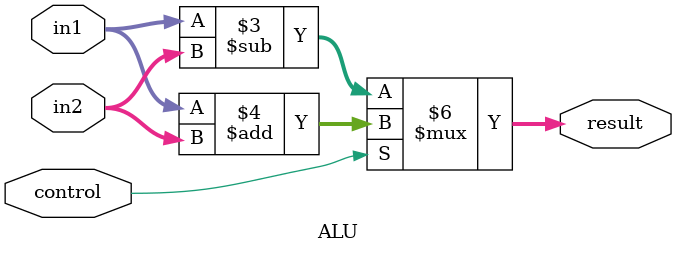
<source format=v>
`timescale 1ns / 1ps


module ALU(
       
       input [15:0] in1, in2,
       input control,
       output reg[15:0] result
    );
       always@(*)begin
          if(control == 0)
             result = in1 - in2;
          else 
             result = in1 + in2;
       end
endmodule

</source>
